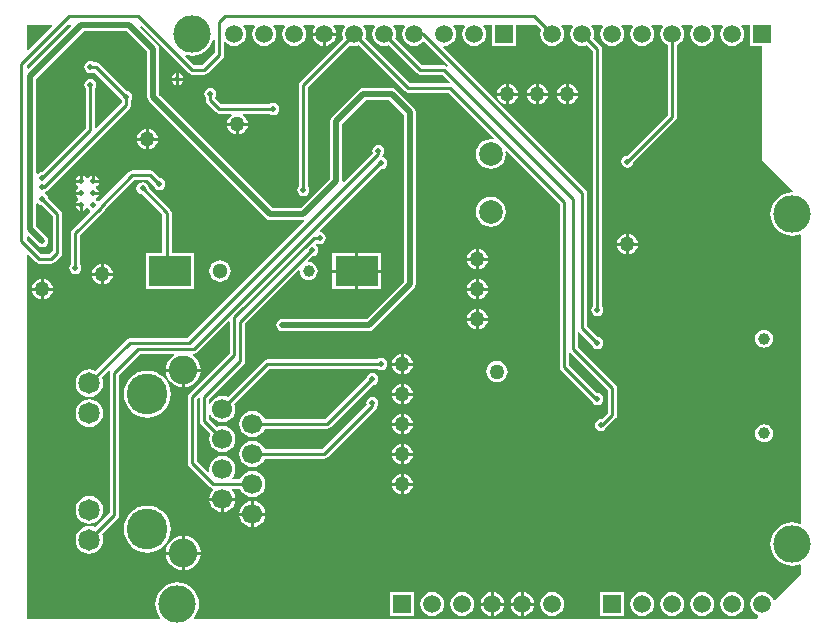
<source format=gbl>
G04 Layer_Physical_Order=2*
G04 Layer_Color=16711680*
%FSLAX25Y25*%
%MOIN*%
G70*
G01*
G75*
%ADD27C,0.01000*%
%ADD28C,0.02000*%
%ADD29C,0.05906*%
%ADD30R,0.05906X0.05906*%
%ADD31C,0.12500*%
%ADD32C,0.09567*%
%ADD33C,0.06693*%
%ADD34C,0.07165*%
%ADD35C,0.13583*%
%ADD36C,0.03937*%
%ADD37C,0.07874*%
%ADD38C,0.05118*%
%ADD39C,0.05000*%
%ADD40C,0.01969*%
%ADD41R,0.14410X0.10236*%
%ADD42R,0.13937X0.10236*%
G36*
X246047Y196047D02*
X250000D01*
Y158000D01*
X260268Y147732D01*
X260054Y147280D01*
X260000Y147285D01*
X258579Y147145D01*
X257212Y146730D01*
X255953Y146057D01*
X254849Y145151D01*
X253943Y144047D01*
X253270Y142788D01*
X252855Y141421D01*
X252715Y140000D01*
X252855Y138579D01*
X253270Y137212D01*
X253943Y135953D01*
X254849Y134849D01*
X255953Y133943D01*
X257212Y133270D01*
X258579Y132855D01*
X260000Y132715D01*
X261421Y132855D01*
X262500Y133182D01*
X263000Y132846D01*
Y37154D01*
X262500Y36818D01*
X261421Y37145D01*
X260000Y37285D01*
X258579Y37145D01*
X257212Y36731D01*
X255953Y36057D01*
X254849Y35151D01*
X253943Y34047D01*
X253270Y32788D01*
X252855Y31421D01*
X252715Y30000D01*
X252855Y28579D01*
X253270Y27212D01*
X253943Y25953D01*
X254849Y24849D01*
X255953Y23943D01*
X257212Y23269D01*
X258579Y22855D01*
X260000Y22715D01*
X261421Y22855D01*
X262500Y23182D01*
X263000Y22846D01*
Y20000D01*
X254287Y11287D01*
X253697Y11404D01*
X253453Y11993D01*
X252819Y12819D01*
X251993Y13453D01*
X251032Y13851D01*
X250000Y13987D01*
X248968Y13851D01*
X248007Y13453D01*
X247181Y12819D01*
X246547Y11993D01*
X246149Y11032D01*
X246013Y10000D01*
X246149Y8968D01*
X246547Y8007D01*
X247181Y7181D01*
X248007Y6547D01*
X248596Y6303D01*
X248713Y5713D01*
X248000Y5000D01*
X60860D01*
X60646Y5452D01*
X61057Y5953D01*
X61730Y7212D01*
X62145Y8579D01*
X62285Y10000D01*
X62145Y11421D01*
X61730Y12788D01*
X61057Y14047D01*
X60151Y15151D01*
X59047Y16057D01*
X57788Y16730D01*
X56421Y17145D01*
X55000Y17285D01*
X53579Y17145D01*
X52212Y16730D01*
X50953Y16057D01*
X49849Y15151D01*
X48943Y14047D01*
X48270Y12788D01*
X47855Y11421D01*
X47715Y10000D01*
X47855Y8579D01*
X48270Y7212D01*
X48943Y5953D01*
X49354Y5452D01*
X49140Y5000D01*
X5000D01*
Y126184D01*
X5462Y126375D01*
X7919Y123919D01*
X8415Y123587D01*
X9000Y123471D01*
X13000D01*
X13585Y123587D01*
X14081Y123919D01*
X16081Y125919D01*
X16413Y126415D01*
X16529Y127000D01*
Y140000D01*
X16413Y140585D01*
X16081Y141081D01*
X11988Y145175D01*
X11869Y145774D01*
X11431Y146431D01*
X11016Y146708D01*
Y147292D01*
X11431Y147569D01*
X11803Y148127D01*
X39081Y175405D01*
X39413Y175901D01*
X39529Y176487D01*
Y177717D01*
X39869Y178226D01*
X40023Y179000D01*
X39869Y179774D01*
X39431Y180431D01*
X38774Y180869D01*
X38175Y180988D01*
X29081Y190081D01*
X28585Y190413D01*
X28000Y190529D01*
X27283D01*
X26774Y190869D01*
X26000Y191023D01*
X25226Y190869D01*
X24569Y190431D01*
X24131Y189774D01*
X23977Y189000D01*
X24131Y188226D01*
X24569Y187569D01*
X25226Y187131D01*
X26000Y186977D01*
X26774Y187131D01*
X27283Y187471D01*
X27367D01*
X36012Y178825D01*
X36131Y178226D01*
X36471Y177717D01*
Y177120D01*
X27991Y168641D01*
X27529Y168832D01*
Y181717D01*
X27869Y182226D01*
X28023Y183000D01*
X27869Y183774D01*
X27431Y184431D01*
X26774Y184869D01*
X26000Y185023D01*
X25226Y184869D01*
X24569Y184431D01*
X24131Y183774D01*
X23977Y183000D01*
X24131Y182226D01*
X24471Y181717D01*
Y168633D01*
X9826Y153988D01*
X9226Y153869D01*
X8569Y153431D01*
X8539Y153385D01*
X8039Y153537D01*
Y183000D01*
Y185155D01*
X23845Y200961D01*
X38155D01*
X44961Y194155D01*
Y179000D01*
X45116Y178220D01*
X45558Y177558D01*
X84558Y138558D01*
X85220Y138116D01*
X86000Y137961D01*
X97000D01*
X97113Y137983D01*
X97360Y137523D01*
X58367Y98529D01*
X39126D01*
X38541Y98413D01*
X38045Y98081D01*
X27687Y87724D01*
X26905Y88047D01*
X25709Y88205D01*
X24512Y88047D01*
X23398Y87586D01*
X22440Y86851D01*
X21706Y85894D01*
X21244Y84779D01*
X21086Y83583D01*
X21244Y82386D01*
X21706Y81272D01*
X22440Y80314D01*
X23398Y79580D01*
X24512Y79118D01*
X25709Y78961D01*
X26905Y79118D01*
X28020Y79580D01*
X28977Y80314D01*
X29712Y81272D01*
X30173Y82386D01*
X30331Y83583D01*
X30173Y84779D01*
X29850Y85561D01*
X32210Y87922D01*
X32599Y87603D01*
X32587Y87585D01*
X32471Y87000D01*
Y40342D01*
X27687Y35558D01*
X26905Y35882D01*
X25709Y36040D01*
X24512Y35882D01*
X23398Y35420D01*
X22440Y34686D01*
X21706Y33728D01*
X21244Y32614D01*
X21086Y31417D01*
X21244Y30221D01*
X21706Y29106D01*
X22440Y28149D01*
X23398Y27414D01*
X24512Y26953D01*
X25709Y26795D01*
X26905Y26953D01*
X28020Y27414D01*
X28977Y28149D01*
X29712Y29106D01*
X30173Y30221D01*
X30331Y31417D01*
X30173Y32614D01*
X29850Y33395D01*
X35081Y38627D01*
X35413Y39123D01*
X35529Y39709D01*
Y86366D01*
X42634Y93471D01*
X53899D01*
X53996Y92971D01*
X52883Y92117D01*
X51956Y90909D01*
X51373Y89502D01*
X51240Y88492D01*
X57008D01*
X62775D01*
X62643Y89502D01*
X62060Y90909D01*
X61133Y92117D01*
X60020Y92971D01*
X60117Y93471D01*
X60658D01*
X61244Y93587D01*
X61740Y93919D01*
X72009Y104188D01*
X72471Y103996D01*
Y93634D01*
X58919Y80081D01*
X58587Y79585D01*
X58471Y79000D01*
Y57000D01*
X58587Y56415D01*
X58919Y55919D01*
X65919Y48919D01*
X66415Y48587D01*
X66652Y48540D01*
X66747Y48372D01*
X66821Y47997D01*
X66203Y47192D01*
X65765Y46135D01*
X65682Y45500D01*
X70000D01*
X74318D01*
X74235Y46135D01*
X73797Y47192D01*
X73199Y47971D01*
X73382Y48471D01*
X75929D01*
X76203Y47808D01*
X76900Y46900D01*
X77808Y46203D01*
X78865Y45765D01*
X80000Y45616D01*
X81135Y45765D01*
X82192Y46203D01*
X83100Y46900D01*
X83797Y47808D01*
X84235Y48865D01*
X84384Y50000D01*
X84235Y51135D01*
X83797Y52192D01*
X83100Y53100D01*
X82192Y53797D01*
X81135Y54235D01*
X80000Y54384D01*
X78865Y54235D01*
X77808Y53797D01*
X76900Y53100D01*
X76203Y52192D01*
X75929Y51529D01*
X73382D01*
X73199Y52029D01*
X73797Y52808D01*
X74235Y53865D01*
X74384Y55000D01*
X74235Y56135D01*
X73797Y57192D01*
X73100Y58100D01*
X72192Y58797D01*
X71135Y59235D01*
X70000Y59384D01*
X68865Y59235D01*
X67808Y58797D01*
X66900Y58100D01*
X66203Y57192D01*
X65765Y56135D01*
X65616Y55000D01*
X65729Y54141D01*
X65256Y53907D01*
X61529Y57634D01*
Y78367D01*
X61971Y78808D01*
X62471Y78601D01*
Y71000D01*
X62587Y70415D01*
X62919Y69919D01*
X66040Y66797D01*
X65765Y66135D01*
X65616Y65000D01*
X65765Y63865D01*
X66203Y62808D01*
X66900Y61900D01*
X67808Y61203D01*
X68865Y60765D01*
X70000Y60616D01*
X71135Y60765D01*
X72192Y61203D01*
X73100Y61900D01*
X73797Y62808D01*
X74235Y63865D01*
X74384Y65000D01*
X74235Y66135D01*
X73797Y67192D01*
X73100Y68100D01*
X72192Y68797D01*
X71135Y69235D01*
X70000Y69384D01*
X68865Y69235D01*
X68203Y68960D01*
X65529Y71633D01*
Y73129D01*
X66029Y73228D01*
X66203Y72808D01*
X66900Y71900D01*
X67808Y71203D01*
X68865Y70765D01*
X70000Y70616D01*
X71135Y70765D01*
X72192Y71203D01*
X73100Y71900D01*
X73797Y72808D01*
X74235Y73865D01*
X74384Y75000D01*
X74235Y76135D01*
X73960Y76797D01*
X85633Y88471D01*
X121717D01*
X122226Y88131D01*
X123000Y87977D01*
X123774Y88131D01*
X124431Y88569D01*
X124869Y89226D01*
X125023Y90000D01*
X124869Y90774D01*
X124431Y91431D01*
X123774Y91869D01*
X123000Y92023D01*
X122226Y91869D01*
X121717Y91529D01*
X85000D01*
X84415Y91413D01*
X83919Y91081D01*
X71797Y78960D01*
X71135Y79235D01*
X70000Y79384D01*
X68865Y79235D01*
X67808Y78797D01*
X66900Y78100D01*
X66203Y77192D01*
X66029Y76772D01*
X65529Y76871D01*
Y78367D01*
X77081Y89919D01*
X77413Y90415D01*
X77529Y91000D01*
Y103538D01*
X95325Y121334D01*
X95799Y121100D01*
X95785Y121000D01*
X95887Y120225D01*
X96187Y119503D01*
X96662Y118883D01*
X97282Y118407D01*
X98005Y118108D01*
X98779Y118006D01*
X99555Y118108D01*
X100277Y118407D01*
X100897Y118883D01*
X101373Y119503D01*
X101672Y120225D01*
X101774Y121000D01*
X101672Y121775D01*
X101373Y122497D01*
X100897Y123117D01*
X100277Y123593D01*
X99555Y123892D01*
X98779Y123994D01*
X98679Y123981D01*
X98446Y124454D01*
X99973Y125982D01*
X100000Y125977D01*
X100774Y126131D01*
X101431Y126569D01*
X101869Y127226D01*
X102023Y128000D01*
X101869Y128774D01*
X101431Y129431D01*
X101214Y129576D01*
X101192Y130130D01*
X101460Y130299D01*
X101713Y130131D01*
X102487Y129977D01*
X103261Y130131D01*
X103917Y130569D01*
X104356Y131226D01*
X104510Y132000D01*
X104356Y132774D01*
X103917Y133431D01*
X103261Y133869D01*
X102541Y134012D01*
X102424Y134203D01*
X102321Y134500D01*
X122832Y155010D01*
X123000Y154977D01*
X123774Y155131D01*
X124431Y155569D01*
X124869Y156226D01*
X125023Y157000D01*
X124869Y157774D01*
X124431Y158431D01*
X123774Y158869D01*
X123575Y158909D01*
X123384Y159371D01*
X123413Y159415D01*
X123449Y159598D01*
X123869Y160226D01*
X124023Y161000D01*
X123869Y161774D01*
X123431Y162431D01*
X122774Y162869D01*
X122627Y162898D01*
X122585Y162926D01*
X122000Y163043D01*
X121415Y162926D01*
X121373Y162898D01*
X121226Y162869D01*
X120569Y162431D01*
X120131Y161774D01*
X119977Y161000D01*
X120120Y160283D01*
X110477Y150640D01*
X110017Y150887D01*
X110039Y151000D01*
Y170155D01*
X117845Y177961D01*
X125655D01*
X130461Y173155D01*
Y117400D01*
X118100Y105039D01*
X90000D01*
X89220Y104884D01*
X88558Y104442D01*
X88116Y103780D01*
X87961Y103000D01*
X88116Y102220D01*
X88558Y101558D01*
X89220Y101116D01*
X90000Y100961D01*
X118945D01*
X119725Y101116D01*
X120387Y101558D01*
X133942Y115113D01*
X133942Y115113D01*
X134384Y115775D01*
X134539Y116555D01*
Y174000D01*
X134384Y174780D01*
X133942Y175442D01*
X127942Y181442D01*
X127280Y181884D01*
X126500Y182039D01*
X117000D01*
X116220Y181884D01*
X115558Y181442D01*
X106558Y172442D01*
X106116Y171780D01*
X105961Y171000D01*
Y151845D01*
X96155Y142039D01*
X86845D01*
X49039Y179845D01*
Y195000D01*
X48884Y195780D01*
X48442Y196442D01*
X42606Y202277D01*
X42783Y202807D01*
X42999Y202838D01*
X58919Y186919D01*
X59415Y186587D01*
X60000Y186471D01*
X64000D01*
X64585Y186587D01*
X65081Y186919D01*
X70081Y191919D01*
X70413Y192415D01*
X70529Y193000D01*
Y197208D01*
X71029Y197378D01*
X71181Y197181D01*
X72007Y196547D01*
X72968Y196149D01*
X74000Y196013D01*
X75032Y196149D01*
X75993Y196547D01*
X76819Y197181D01*
X77453Y198007D01*
X77851Y198968D01*
X77987Y200000D01*
X77851Y201032D01*
X77453Y201993D01*
X77064Y202500D01*
X77311Y203000D01*
X80689D01*
X80936Y202500D01*
X80547Y201993D01*
X80149Y201032D01*
X80013Y200000D01*
X80149Y198968D01*
X80547Y198007D01*
X81181Y197181D01*
X82007Y196547D01*
X82968Y196149D01*
X84000Y196013D01*
X85032Y196149D01*
X85993Y196547D01*
X86819Y197181D01*
X87453Y198007D01*
X87851Y198968D01*
X87987Y200000D01*
X87851Y201032D01*
X87453Y201993D01*
X87064Y202500D01*
X87311Y203000D01*
X90689D01*
X90936Y202500D01*
X90547Y201993D01*
X90149Y201032D01*
X90013Y200000D01*
X90149Y198968D01*
X90547Y198007D01*
X91181Y197181D01*
X92007Y196547D01*
X92968Y196149D01*
X94000Y196013D01*
X95032Y196149D01*
X95993Y196547D01*
X96819Y197181D01*
X97453Y198007D01*
X97851Y198968D01*
X97987Y200000D01*
X97851Y201032D01*
X97453Y201993D01*
X97064Y202500D01*
X97311Y203000D01*
X100689D01*
X100936Y202500D01*
X100547Y201993D01*
X100149Y201032D01*
X100079Y200500D01*
X104000D01*
X107921D01*
X107851Y201032D01*
X107453Y201993D01*
X107064Y202500D01*
X107311Y203000D01*
X110689D01*
X110936Y202500D01*
X110547Y201993D01*
X110149Y201032D01*
X110013Y200000D01*
X110149Y198968D01*
X110341Y198504D01*
X95919Y184081D01*
X95587Y183585D01*
X95471Y183000D01*
Y149283D01*
X95131Y148774D01*
X94977Y148000D01*
X95131Y147226D01*
X95569Y146569D01*
X96226Y146131D01*
X97000Y145977D01*
X97774Y146131D01*
X98431Y146569D01*
X98869Y147226D01*
X99023Y148000D01*
X98869Y148774D01*
X98529Y149283D01*
Y182367D01*
X112504Y196341D01*
X112968Y196149D01*
X114000Y196013D01*
X115032Y196149D01*
X115496Y196341D01*
X130919Y180919D01*
X131415Y180587D01*
X132000Y180471D01*
X145367D01*
X160483Y165355D01*
X160249Y164881D01*
X159500Y164980D01*
X158211Y164810D01*
X157010Y164313D01*
X155979Y163521D01*
X155187Y162490D01*
X154690Y161289D01*
X154520Y160000D01*
X154690Y158711D01*
X155187Y157510D01*
X155979Y156479D01*
X157010Y155687D01*
X158211Y155190D01*
X159500Y155020D01*
X160789Y155190D01*
X161990Y155687D01*
X163021Y156479D01*
X163812Y157510D01*
X164310Y158711D01*
X164480Y160000D01*
X164381Y160749D01*
X164855Y160983D01*
X182471Y143367D01*
Y89000D01*
X182587Y88415D01*
X182919Y87919D01*
X193098Y77740D01*
X193131Y77572D01*
X193569Y76916D01*
X194226Y76477D01*
X195000Y76323D01*
X195774Y76477D01*
X196431Y76916D01*
X196869Y77572D01*
X197023Y78347D01*
X196869Y79121D01*
X196431Y79777D01*
X195774Y80216D01*
X195000Y80370D01*
X194828Y80335D01*
X185529Y89634D01*
Y93623D01*
X185592Y93671D01*
X186029Y93808D01*
X198471Y81366D01*
Y73633D01*
X196485Y71648D01*
X196185Y71708D01*
X195411Y71554D01*
X194755Y71116D01*
X194316Y70459D01*
X194162Y69685D01*
X194316Y68911D01*
X194755Y68255D01*
X195411Y67816D01*
X196185Y67662D01*
X196959Y67816D01*
X197616Y68255D01*
X198015Y68852D01*
X201081Y71919D01*
X201413Y72415D01*
X201529Y73000D01*
Y82000D01*
X201413Y82585D01*
X201081Y83081D01*
X188529Y95634D01*
Y100623D01*
X188592Y100671D01*
X189029Y100808D01*
X193012Y96825D01*
X193131Y96226D01*
X193569Y95569D01*
X194226Y95131D01*
X195000Y94977D01*
X195774Y95131D01*
X196431Y95569D01*
X196869Y96226D01*
X197023Y97000D01*
X196869Y97774D01*
X196431Y98431D01*
X195774Y98869D01*
X195175Y98988D01*
X191529Y102634D01*
Y147000D01*
X191413Y147585D01*
X191081Y148081D01*
X143571Y195592D01*
X143792Y196040D01*
X144000Y196013D01*
X145032Y196149D01*
X145993Y196547D01*
X146819Y197181D01*
X147453Y198007D01*
X147851Y198968D01*
X147987Y200000D01*
X147851Y201032D01*
X147453Y201993D01*
X147064Y202500D01*
X147311Y203000D01*
X150689D01*
X150936Y202500D01*
X150547Y201993D01*
X150149Y201032D01*
X150013Y200000D01*
X150149Y198968D01*
X150547Y198007D01*
X151181Y197181D01*
X152007Y196547D01*
X152968Y196149D01*
X154000Y196013D01*
X155032Y196149D01*
X155993Y196547D01*
X156819Y197181D01*
X157453Y198007D01*
X157851Y198968D01*
X157987Y200000D01*
X157851Y201032D01*
X157453Y201993D01*
X157064Y202500D01*
X157311Y203000D01*
X160047D01*
Y196047D01*
X167953D01*
Y203000D01*
X174837D01*
X176341Y201496D01*
X176149Y201032D01*
X176013Y200000D01*
X176149Y198968D01*
X176547Y198007D01*
X177181Y197181D01*
X178007Y196547D01*
X178968Y196149D01*
X180000Y196013D01*
X181032Y196149D01*
X181993Y196547D01*
X182819Y197181D01*
X183453Y198007D01*
X183851Y198968D01*
X183987Y200000D01*
X183851Y201032D01*
X183453Y201993D01*
X183064Y202500D01*
X183311Y203000D01*
X186689D01*
X186936Y202500D01*
X186547Y201993D01*
X186149Y201032D01*
X186013Y200000D01*
X186149Y198968D01*
X186547Y198007D01*
X187181Y197181D01*
X188007Y196547D01*
X188968Y196149D01*
X190000Y196013D01*
X191032Y196149D01*
X191496Y196341D01*
X193471Y194367D01*
Y109283D01*
X193131Y108774D01*
X192977Y108000D01*
X193131Y107226D01*
X193569Y106569D01*
X194226Y106131D01*
X195000Y105977D01*
X195774Y106131D01*
X196431Y106569D01*
X196869Y107226D01*
X197023Y108000D01*
X196869Y108774D01*
X196529Y109283D01*
Y195000D01*
X196413Y195585D01*
X196081Y196081D01*
X193659Y198504D01*
X193851Y198968D01*
X193987Y200000D01*
X193851Y201032D01*
X193453Y201993D01*
X193064Y202500D01*
X193311Y203000D01*
X196689D01*
X196936Y202500D01*
X196547Y201993D01*
X196149Y201032D01*
X196013Y200000D01*
X196149Y198968D01*
X196547Y198007D01*
X197181Y197181D01*
X198007Y196547D01*
X198968Y196149D01*
X200000Y196013D01*
X201032Y196149D01*
X201993Y196547D01*
X202819Y197181D01*
X203453Y198007D01*
X203851Y198968D01*
X203987Y200000D01*
X203851Y201032D01*
X203453Y201993D01*
X203064Y202500D01*
X203311Y203000D01*
X206689D01*
X206936Y202500D01*
X206547Y201993D01*
X206149Y201032D01*
X206013Y200000D01*
X206149Y198968D01*
X206547Y198007D01*
X207181Y197181D01*
X208007Y196547D01*
X208968Y196149D01*
X210000Y196013D01*
X211032Y196149D01*
X211993Y196547D01*
X212819Y197181D01*
X213453Y198007D01*
X213851Y198968D01*
X213987Y200000D01*
X213851Y201032D01*
X213453Y201993D01*
X213064Y202500D01*
X213311Y203000D01*
X216689D01*
X216936Y202500D01*
X216547Y201993D01*
X216149Y201032D01*
X216013Y200000D01*
X216149Y198968D01*
X216547Y198007D01*
X217181Y197181D01*
X218007Y196547D01*
X218471Y196355D01*
Y173134D01*
X204825Y159488D01*
X204226Y159369D01*
X203569Y158931D01*
X203131Y158274D01*
X202977Y157500D01*
X203131Y156726D01*
X203569Y156069D01*
X204226Y155631D01*
X205000Y155477D01*
X205774Y155631D01*
X206431Y156069D01*
X206869Y156726D01*
X206988Y157325D01*
X221081Y171419D01*
X221413Y171915D01*
X221529Y172500D01*
Y196355D01*
X221993Y196547D01*
X222819Y197181D01*
X223453Y198007D01*
X223851Y198968D01*
X223987Y200000D01*
X223851Y201032D01*
X223453Y201993D01*
X223064Y202500D01*
X223311Y203000D01*
X226689D01*
X226936Y202500D01*
X226547Y201993D01*
X226149Y201032D01*
X226013Y200000D01*
X226149Y198968D01*
X226547Y198007D01*
X227181Y197181D01*
X228007Y196547D01*
X228968Y196149D01*
X230000Y196013D01*
X231032Y196149D01*
X231993Y196547D01*
X232819Y197181D01*
X233453Y198007D01*
X233851Y198968D01*
X233987Y200000D01*
X233851Y201032D01*
X233453Y201993D01*
X233064Y202500D01*
X233311Y203000D01*
X236689D01*
X236936Y202500D01*
X236547Y201993D01*
X236149Y201032D01*
X236013Y200000D01*
X236149Y198968D01*
X236547Y198007D01*
X237181Y197181D01*
X238007Y196547D01*
X238968Y196149D01*
X240000Y196013D01*
X241032Y196149D01*
X241993Y196547D01*
X242819Y197181D01*
X243453Y198007D01*
X243851Y198968D01*
X243987Y200000D01*
X243851Y201032D01*
X243453Y201993D01*
X243064Y202500D01*
X243311Y203000D01*
X246047D01*
Y196047D01*
D02*
G37*
G36*
X13375Y202538D02*
X5462Y194625D01*
X5000Y194816D01*
Y203000D01*
X13184D01*
X13375Y202538D01*
D02*
G37*
G36*
X67471Y197929D02*
Y193633D01*
X63367Y189529D01*
X60633D01*
X57505Y192658D01*
X57770Y193100D01*
X58579Y192855D01*
X60000Y192715D01*
X61421Y192855D01*
X62788Y193270D01*
X64047Y193943D01*
X65151Y194849D01*
X66057Y195953D01*
X66730Y197212D01*
X66971Y198003D01*
X67471Y197929D01*
D02*
G37*
G36*
X130936Y202500D02*
X130547Y201993D01*
X130149Y201032D01*
X130013Y200000D01*
X130149Y198968D01*
X130547Y198007D01*
X131181Y197181D01*
X132007Y196547D01*
X132968Y196149D01*
X134000Y196013D01*
X135032Y196149D01*
X135993Y196547D01*
X136819Y197181D01*
X136952Y197354D01*
X137451Y197386D01*
X145301Y189536D01*
X144982Y189148D01*
X144585Y189413D01*
X144000Y189529D01*
X136634D01*
X127659Y198504D01*
X127851Y198968D01*
X127987Y200000D01*
X127851Y201032D01*
X127453Y201993D01*
X127064Y202500D01*
X127311Y203000D01*
X130689D01*
X130936Y202500D01*
D02*
G37*
G36*
X19654Y202538D02*
X5462Y188346D01*
X5000Y188537D01*
Y189837D01*
X18163Y203000D01*
X19463D01*
X19654Y202538D01*
D02*
G37*
G36*
X120936Y202500D02*
X120547Y201993D01*
X120149Y201032D01*
X120013Y200000D01*
X120149Y198968D01*
X120547Y198007D01*
X121181Y197181D01*
X122007Y196547D01*
X122968Y196149D01*
X124000Y196013D01*
X125032Y196149D01*
X125496Y196341D01*
X134919Y186919D01*
X135415Y186587D01*
X136000Y186471D01*
X143367D01*
X145808Y184029D01*
X145601Y183529D01*
X132633D01*
X117659Y198504D01*
X117851Y198968D01*
X117987Y200000D01*
X117851Y201032D01*
X117453Y201993D01*
X117064Y202500D01*
X117311Y203000D01*
X120689D01*
X120936Y202500D01*
D02*
G37*
G36*
X8569Y143569D02*
X9226Y143131D01*
X9826Y143012D01*
X13471Y139366D01*
Y127634D01*
X12366Y126529D01*
X9634D01*
X5000Y131163D01*
Y132463D01*
X5462Y132654D01*
X8558Y129558D01*
X9220Y129116D01*
X10000Y128961D01*
X10780Y129116D01*
X11442Y129558D01*
X11884Y130220D01*
X12039Y131000D01*
X11884Y131780D01*
X11442Y132442D01*
X8039Y135845D01*
Y143463D01*
X8539Y143615D01*
X8569Y143569D01*
D02*
G37*
%LPC*%
G36*
X107921Y199500D02*
X104500D01*
Y196079D01*
X105032Y196149D01*
X105993Y196547D01*
X106819Y197181D01*
X107453Y198007D01*
X107851Y198968D01*
X107921Y199500D01*
D02*
G37*
G36*
X103500D02*
X100079D01*
X100149Y198968D01*
X100547Y198007D01*
X101181Y197181D01*
X102007Y196547D01*
X102968Y196149D01*
X103500Y196079D01*
Y199500D01*
D02*
G37*
G36*
X55500Y186924D02*
Y185500D01*
X56924D01*
X56869Y185774D01*
X56431Y186431D01*
X55774Y186869D01*
X55500Y186924D01*
D02*
G37*
G36*
X54500D02*
X54226Y186869D01*
X53569Y186431D01*
X53131Y185774D01*
X53076Y185500D01*
X54500D01*
Y186924D01*
D02*
G37*
G36*
X56924Y184500D02*
X55500D01*
Y183076D01*
X55774Y183131D01*
X56431Y183569D01*
X56869Y184226D01*
X56924Y184500D01*
D02*
G37*
G36*
X54500D02*
X53076D01*
X53131Y184226D01*
X53569Y183569D01*
X54226Y183131D01*
X54500Y183076D01*
Y184500D01*
D02*
G37*
G36*
X185500Y183464D02*
Y180500D01*
X188464D01*
X188410Y180914D01*
X188057Y181765D01*
X187496Y182496D01*
X186765Y183057D01*
X185914Y183410D01*
X185500Y183464D01*
D02*
G37*
G36*
X184500D02*
X184086Y183410D01*
X183235Y183057D01*
X182504Y182496D01*
X181943Y181765D01*
X181590Y180914D01*
X181536Y180500D01*
X184500D01*
Y183464D01*
D02*
G37*
G36*
X175500D02*
Y180500D01*
X178464D01*
X178410Y180914D01*
X178057Y181765D01*
X177496Y182496D01*
X176765Y183057D01*
X175914Y183410D01*
X175500Y183464D01*
D02*
G37*
G36*
X174500D02*
X174086Y183410D01*
X173235Y183057D01*
X172504Y182496D01*
X171943Y181765D01*
X171590Y180914D01*
X171536Y180500D01*
X174500D01*
Y183464D01*
D02*
G37*
G36*
X165500D02*
Y180500D01*
X168464D01*
X168410Y180914D01*
X168057Y181765D01*
X167496Y182496D01*
X166765Y183057D01*
X165914Y183410D01*
X165500Y183464D01*
D02*
G37*
G36*
X164500D02*
X164086Y183410D01*
X163235Y183057D01*
X162504Y182496D01*
X161943Y181765D01*
X161590Y180914D01*
X161536Y180500D01*
X164500D01*
Y183464D01*
D02*
G37*
G36*
X188464Y179500D02*
X185500D01*
Y176536D01*
X185914Y176590D01*
X186765Y176943D01*
X187496Y177504D01*
X188057Y178235D01*
X188410Y179086D01*
X188464Y179500D01*
D02*
G37*
G36*
X184500D02*
X181536D01*
X181590Y179086D01*
X181943Y178235D01*
X182504Y177504D01*
X183235Y176943D01*
X184086Y176590D01*
X184500Y176536D01*
Y179500D01*
D02*
G37*
G36*
X178464D02*
X175500D01*
Y176536D01*
X175914Y176590D01*
X176765Y176943D01*
X177496Y177504D01*
X178057Y178235D01*
X178410Y179086D01*
X178464Y179500D01*
D02*
G37*
G36*
X174500D02*
X171536D01*
X171590Y179086D01*
X171943Y178235D01*
X172504Y177504D01*
X173235Y176943D01*
X174086Y176590D01*
X174500Y176536D01*
Y179500D01*
D02*
G37*
G36*
X168464D02*
X165500D01*
Y176536D01*
X165914Y176590D01*
X166765Y176943D01*
X167496Y177504D01*
X168057Y178235D01*
X168410Y179086D01*
X168464Y179500D01*
D02*
G37*
G36*
X164500D02*
X161536D01*
X161590Y179086D01*
X161943Y178235D01*
X162504Y177504D01*
X163235Y176943D01*
X164086Y176590D01*
X164500Y176536D01*
Y179500D01*
D02*
G37*
G36*
X66000Y182023D02*
X65226Y181869D01*
X64569Y181431D01*
X64131Y180774D01*
X63977Y180000D01*
X64131Y179226D01*
X64471Y178717D01*
Y178000D01*
X64587Y177415D01*
X64919Y176919D01*
X67919Y173919D01*
X68415Y173587D01*
X69000Y173471D01*
X72993D01*
X73122Y172971D01*
X72504Y172496D01*
X71943Y171765D01*
X71590Y170914D01*
X71536Y170500D01*
X78464D01*
X78410Y170914D01*
X78057Y171765D01*
X77496Y172496D01*
X76878Y172971D01*
X77007Y173471D01*
X85717D01*
X86226Y173131D01*
X87000Y172977D01*
X87774Y173131D01*
X88431Y173569D01*
X88869Y174226D01*
X89023Y175000D01*
X88869Y175774D01*
X88431Y176431D01*
X87774Y176869D01*
X87000Y177023D01*
X86226Y176869D01*
X85717Y176529D01*
X69634D01*
X67529Y178633D01*
Y178717D01*
X67869Y179226D01*
X68023Y180000D01*
X67869Y180774D01*
X67431Y181431D01*
X66774Y181869D01*
X66000Y182023D01*
D02*
G37*
G36*
X78464Y169500D02*
X75500D01*
Y166536D01*
X75914Y166590D01*
X76765Y166943D01*
X77496Y167504D01*
X78057Y168235D01*
X78410Y169086D01*
X78464Y169500D01*
D02*
G37*
G36*
X74500D02*
X71536D01*
X71590Y169086D01*
X71943Y168235D01*
X72504Y167504D01*
X73235Y166943D01*
X74086Y166590D01*
X74500Y166536D01*
Y169500D01*
D02*
G37*
G36*
X45500Y168464D02*
Y165500D01*
X48464D01*
X48410Y165914D01*
X48057Y166765D01*
X47496Y167496D01*
X46765Y168057D01*
X45914Y168410D01*
X45500Y168464D01*
D02*
G37*
G36*
X44500D02*
X44086Y168410D01*
X43235Y168057D01*
X42504Y167496D01*
X41943Y166765D01*
X41590Y165914D01*
X41536Y165500D01*
X44500D01*
Y168464D01*
D02*
G37*
G36*
X48464Y164500D02*
X45500D01*
Y161536D01*
X45914Y161590D01*
X46765Y161943D01*
X47496Y162504D01*
X48057Y163235D01*
X48410Y164086D01*
X48464Y164500D01*
D02*
G37*
G36*
X44500D02*
X41536D01*
X41590Y164086D01*
X41943Y163235D01*
X42504Y162504D01*
X43235Y161943D01*
X44086Y161590D01*
X44500Y161536D01*
Y164500D01*
D02*
G37*
G36*
X27468Y152861D02*
Y151437D01*
X28892D01*
X28838Y151711D01*
X28399Y152368D01*
X27743Y152806D01*
X27468Y152861D01*
D02*
G37*
G36*
X22532D02*
X22257Y152806D01*
X21601Y152368D01*
X21162Y151711D01*
X21108Y151437D01*
X22532D01*
Y152861D01*
D02*
G37*
G36*
X46000Y154529D02*
X40000D01*
X39415Y154413D01*
X38919Y154081D01*
X29051Y144214D01*
X28553Y144263D01*
X28399Y144494D01*
X28044Y144731D01*
Y145332D01*
X28399Y145569D01*
X28838Y146226D01*
X28892Y146500D01*
X26969D01*
Y147500D01*
X28892D01*
X28838Y147774D01*
X28399Y148431D01*
X28044Y148668D01*
Y149269D01*
X28399Y149506D01*
X28838Y150163D01*
X28892Y150437D01*
X26969D01*
Y150937D01*
X26469D01*
Y152861D01*
X26194Y152806D01*
X25538Y152368D01*
X25301Y152013D01*
X24699D01*
X24462Y152368D01*
X23806Y152806D01*
X23531Y152861D01*
Y150937D01*
X23031D01*
Y150437D01*
X21108D01*
X21162Y150163D01*
X21601Y149506D01*
X21956Y149269D01*
Y148668D01*
X21601Y148431D01*
X21162Y147774D01*
X21108Y147500D01*
X23031D01*
Y146500D01*
X21108D01*
X21162Y146226D01*
X21601Y145569D01*
X21956Y145332D01*
Y144731D01*
X21601Y144494D01*
X21162Y143837D01*
X21108Y143563D01*
X23031D01*
Y143063D01*
X23531D01*
Y141139D01*
X23806Y141194D01*
X24462Y141632D01*
X24699Y141988D01*
X25301D01*
X25538Y141632D01*
X25924Y141375D01*
X26015Y140759D01*
X19919Y134663D01*
X19587Y134167D01*
X19471Y133581D01*
Y123283D01*
X19131Y122774D01*
X18977Y122000D01*
X19131Y121226D01*
X19569Y120569D01*
X20226Y120131D01*
X21000Y119977D01*
X21774Y120131D01*
X22431Y120569D01*
X22869Y121226D01*
X23023Y122000D01*
X22869Y122774D01*
X22529Y123283D01*
Y132948D01*
X30534Y140953D01*
X30866Y141449D01*
X30929Y141766D01*
X40633Y151471D01*
X45366D01*
X47012Y149826D01*
X47131Y149226D01*
X47569Y148569D01*
X48226Y148131D01*
X49000Y147977D01*
X49774Y148131D01*
X50431Y148569D01*
X50869Y149226D01*
X51023Y150000D01*
X50869Y150774D01*
X50431Y151431D01*
X49774Y151869D01*
X49174Y151988D01*
X47081Y154081D01*
X46585Y154413D01*
X46000Y154529D01*
D02*
G37*
G36*
X22532Y142563D02*
X21108D01*
X21162Y142289D01*
X21601Y141632D01*
X22257Y141194D01*
X22532Y141139D01*
Y142563D01*
D02*
G37*
G36*
X159500Y145767D02*
X158211Y145597D01*
X157010Y145100D01*
X155979Y144308D01*
X155187Y143277D01*
X154690Y142076D01*
X154520Y140787D01*
X154690Y139499D01*
X155187Y138298D01*
X155979Y137266D01*
X157010Y136475D01*
X158211Y135977D01*
X159500Y135808D01*
X160789Y135977D01*
X161990Y136475D01*
X163021Y137266D01*
X163812Y138298D01*
X164310Y139499D01*
X164480Y140787D01*
X164310Y142076D01*
X163812Y143277D01*
X163021Y144308D01*
X161990Y145100D01*
X160789Y145597D01*
X159500Y145767D01*
D02*
G37*
G36*
X205500Y133464D02*
Y130500D01*
X208464D01*
X208410Y130914D01*
X208057Y131765D01*
X207496Y132496D01*
X206765Y133057D01*
X205914Y133410D01*
X205500Y133464D01*
D02*
G37*
G36*
X204500D02*
X204086Y133410D01*
X203235Y133057D01*
X202504Y132496D01*
X201943Y131765D01*
X201590Y130914D01*
X201536Y130500D01*
X204500D01*
Y133464D01*
D02*
G37*
G36*
X208464Y129500D02*
X205500D01*
Y126536D01*
X205914Y126590D01*
X206765Y126943D01*
X207496Y127504D01*
X208057Y128235D01*
X208410Y129086D01*
X208464Y129500D01*
D02*
G37*
G36*
X204500D02*
X201536D01*
X201590Y129086D01*
X201943Y128235D01*
X202504Y127504D01*
X203235Y126943D01*
X204086Y126590D01*
X204500Y126536D01*
Y129500D01*
D02*
G37*
G36*
X155500Y128464D02*
Y125500D01*
X158464D01*
X158410Y125914D01*
X158057Y126765D01*
X157496Y127496D01*
X156765Y128057D01*
X155914Y128410D01*
X155500Y128464D01*
D02*
G37*
G36*
X154500D02*
X154086Y128410D01*
X153235Y128057D01*
X152504Y127496D01*
X151943Y126765D01*
X151590Y125914D01*
X151536Y125500D01*
X154500D01*
Y128464D01*
D02*
G37*
G36*
X158464Y124500D02*
X155500D01*
Y121536D01*
X155914Y121590D01*
X156765Y121943D01*
X157496Y122504D01*
X158057Y123235D01*
X158410Y124086D01*
X158464Y124500D01*
D02*
G37*
G36*
X154500D02*
X151536D01*
X151590Y124086D01*
X151943Y123235D01*
X152504Y122504D01*
X153235Y121943D01*
X154086Y121590D01*
X154500Y121536D01*
Y124500D01*
D02*
G37*
G36*
X123008Y127118D02*
X115303D01*
Y121500D01*
X123008D01*
Y127118D01*
D02*
G37*
G36*
X114303D02*
X106598D01*
Y121500D01*
X114303D01*
Y127118D01*
D02*
G37*
G36*
X30500Y123464D02*
Y120500D01*
X33464D01*
X33410Y120914D01*
X33057Y121765D01*
X32496Y122496D01*
X31765Y123057D01*
X30914Y123410D01*
X30500Y123464D01*
D02*
G37*
G36*
X29500D02*
X29086Y123410D01*
X28235Y123057D01*
X27504Y122496D01*
X26943Y121765D01*
X26590Y120914D01*
X26536Y120500D01*
X29500D01*
Y123464D01*
D02*
G37*
G36*
X69252Y124590D02*
X68323Y124467D01*
X67457Y124109D01*
X66714Y123538D01*
X66143Y122795D01*
X65785Y121929D01*
X65662Y121000D01*
X65785Y120071D01*
X66143Y119205D01*
X66714Y118462D01*
X67457Y117891D01*
X68323Y117533D01*
X69252Y117410D01*
X70181Y117533D01*
X71047Y117891D01*
X71790Y118462D01*
X72361Y119205D01*
X72719Y120071D01*
X72842Y121000D01*
X72719Y121929D01*
X72361Y122795D01*
X71790Y123538D01*
X71047Y124109D01*
X70181Y124467D01*
X69252Y124590D01*
D02*
G37*
G36*
X33464Y119500D02*
X30500D01*
Y116536D01*
X30914Y116590D01*
X31765Y116943D01*
X32496Y117504D01*
X33057Y118235D01*
X33410Y119086D01*
X33464Y119500D01*
D02*
G37*
G36*
X29500D02*
X26536D01*
X26590Y119086D01*
X26943Y118235D01*
X27504Y117504D01*
X28235Y116943D01*
X29086Y116590D01*
X29500Y116536D01*
Y119500D01*
D02*
G37*
G36*
X155500Y118464D02*
Y115500D01*
X158464D01*
X158410Y115914D01*
X158057Y116765D01*
X157496Y117496D01*
X156765Y118057D01*
X155914Y118410D01*
X155500Y118464D01*
D02*
G37*
G36*
X154500D02*
X154086Y118410D01*
X153235Y118057D01*
X152504Y117496D01*
X151943Y116765D01*
X151590Y115914D01*
X151536Y115500D01*
X154500D01*
Y118464D01*
D02*
G37*
G36*
X10500D02*
Y115500D01*
X13464D01*
X13410Y115914D01*
X13057Y116765D01*
X12496Y117496D01*
X11765Y118057D01*
X10914Y118410D01*
X10500Y118464D01*
D02*
G37*
G36*
X9500D02*
X9086Y118410D01*
X8235Y118057D01*
X7504Y117496D01*
X6943Y116765D01*
X6590Y115914D01*
X6536Y115500D01*
X9500D01*
Y118464D01*
D02*
G37*
G36*
X123008Y120500D02*
X115303D01*
Y114882D01*
X123008D01*
Y120500D01*
D02*
G37*
G36*
X114303D02*
X106598D01*
Y114882D01*
X114303D01*
Y120500D01*
D02*
G37*
G36*
X43425Y150598D02*
X42651Y150444D01*
X41995Y150005D01*
X41556Y149349D01*
X41402Y148575D01*
X41556Y147801D01*
X41995Y147144D01*
X42651Y146706D01*
X43251Y146586D01*
X50069Y139768D01*
Y127118D01*
X44630D01*
Y121650D01*
X44587Y121585D01*
X44471Y121000D01*
X44587Y120415D01*
X44630Y120351D01*
Y114882D01*
X60567D01*
Y127118D01*
X53128D01*
Y140402D01*
X53011Y140987D01*
X52680Y141483D01*
X45414Y148749D01*
X45294Y149349D01*
X44856Y150005D01*
X44199Y150444D01*
X43425Y150598D01*
D02*
G37*
G36*
X158464Y114500D02*
X155500D01*
Y111536D01*
X155914Y111590D01*
X156765Y111943D01*
X157496Y112504D01*
X158057Y113235D01*
X158410Y114086D01*
X158464Y114500D01*
D02*
G37*
G36*
X154500D02*
X151536D01*
X151590Y114086D01*
X151943Y113235D01*
X152504Y112504D01*
X153235Y111943D01*
X154086Y111590D01*
X154500Y111536D01*
Y114500D01*
D02*
G37*
G36*
X13464D02*
X10500D01*
Y111536D01*
X10914Y111590D01*
X11765Y111943D01*
X12496Y112504D01*
X13057Y113235D01*
X13410Y114086D01*
X13464Y114500D01*
D02*
G37*
G36*
X9500D02*
X6536D01*
X6590Y114086D01*
X6943Y113235D01*
X7504Y112504D01*
X8235Y111943D01*
X9086Y111590D01*
X9500Y111536D01*
Y114500D01*
D02*
G37*
G36*
X155500Y108464D02*
Y105500D01*
X158464D01*
X158410Y105914D01*
X158057Y106765D01*
X157496Y107496D01*
X156765Y108057D01*
X155914Y108410D01*
X155500Y108464D01*
D02*
G37*
G36*
X154500D02*
X154086Y108410D01*
X153235Y108057D01*
X152504Y107496D01*
X151943Y106765D01*
X151590Y105914D01*
X151536Y105500D01*
X154500D01*
Y108464D01*
D02*
G37*
G36*
X158464Y104500D02*
X155500D01*
Y101536D01*
X155914Y101590D01*
X156765Y101943D01*
X157496Y102504D01*
X158057Y103235D01*
X158410Y104086D01*
X158464Y104500D01*
D02*
G37*
G36*
X154500D02*
X151536D01*
X151590Y104086D01*
X151943Y103235D01*
X152504Y102504D01*
X153235Y101943D01*
X154086Y101590D01*
X154500Y101536D01*
Y104500D01*
D02*
G37*
G36*
X250590Y101419D02*
X249816Y101317D01*
X249094Y101018D01*
X248473Y100542D01*
X247998Y99922D01*
X247698Y99200D01*
X247596Y98425D01*
X247698Y97650D01*
X247998Y96928D01*
X248473Y96308D01*
X249094Y95832D01*
X249816Y95533D01*
X250590Y95431D01*
X251365Y95533D01*
X252088Y95832D01*
X252708Y96308D01*
X253184Y96928D01*
X253483Y97650D01*
X253585Y98425D01*
X253483Y99200D01*
X253184Y99922D01*
X252708Y100542D01*
X252088Y101018D01*
X251365Y101317D01*
X250590Y101419D01*
D02*
G37*
G36*
X130500Y93464D02*
Y90500D01*
X133464D01*
X133410Y90914D01*
X133057Y91765D01*
X132496Y92496D01*
X131765Y93057D01*
X130914Y93410D01*
X130500Y93464D01*
D02*
G37*
G36*
X129500D02*
X129086Y93410D01*
X128235Y93057D01*
X127504Y92496D01*
X126943Y91765D01*
X126590Y90914D01*
X126536Y90500D01*
X129500D01*
Y93464D01*
D02*
G37*
G36*
X133464Y89500D02*
X130500D01*
Y86536D01*
X130914Y86590D01*
X131765Y86943D01*
X132496Y87504D01*
X133057Y88235D01*
X133410Y89086D01*
X133464Y89500D01*
D02*
G37*
G36*
X129500D02*
X126536D01*
X126590Y89086D01*
X126943Y88235D01*
X127504Y87504D01*
X128235Y86943D01*
X129086Y86590D01*
X129500Y86536D01*
Y89500D01*
D02*
G37*
G36*
X161555Y91030D02*
X160641Y90910D01*
X159790Y90557D01*
X159059Y89996D01*
X158498Y89265D01*
X158145Y88414D01*
X158025Y87500D01*
X158145Y86586D01*
X158498Y85735D01*
X159059Y85004D01*
X159790Y84443D01*
X160641Y84090D01*
X161555Y83970D01*
X162469Y84090D01*
X163320Y84443D01*
X164051Y85004D01*
X164612Y85735D01*
X164965Y86586D01*
X165085Y87500D01*
X164965Y88414D01*
X164612Y89265D01*
X164051Y89996D01*
X163320Y90557D01*
X162469Y90910D01*
X161555Y91030D01*
D02*
G37*
G36*
X62775Y87492D02*
X57508D01*
Y82225D01*
X58518Y82358D01*
X59925Y82940D01*
X61133Y83867D01*
X62060Y85075D01*
X62643Y86482D01*
X62775Y87492D01*
D02*
G37*
G36*
X56508D02*
X51240D01*
X51373Y86482D01*
X51956Y85075D01*
X52883Y83867D01*
X54091Y82940D01*
X55498Y82358D01*
X56508Y82225D01*
Y87492D01*
D02*
G37*
G36*
X130500Y83464D02*
Y80500D01*
X133464D01*
X133410Y80914D01*
X133057Y81765D01*
X132496Y82496D01*
X131765Y83057D01*
X130914Y83410D01*
X130500Y83464D01*
D02*
G37*
G36*
X129500D02*
X129086Y83410D01*
X128235Y83057D01*
X127504Y82496D01*
X126943Y81765D01*
X126590Y80914D01*
X126536Y80500D01*
X129500D01*
Y83464D01*
D02*
G37*
G36*
X133464Y79500D02*
X130500D01*
Y76536D01*
X130914Y76590D01*
X131765Y76943D01*
X132496Y77504D01*
X133057Y78235D01*
X133410Y79086D01*
X133464Y79500D01*
D02*
G37*
G36*
X129500D02*
X126536D01*
X126590Y79086D01*
X126943Y78235D01*
X127504Y77504D01*
X128235Y76943D01*
X129086Y76590D01*
X129500Y76536D01*
Y79500D01*
D02*
G37*
G36*
X45000Y87829D02*
X43473Y87679D01*
X42004Y87233D01*
X40650Y86510D01*
X39464Y85536D01*
X38490Y84350D01*
X37767Y82996D01*
X37321Y81527D01*
X37171Y80000D01*
X37321Y78473D01*
X37767Y77004D01*
X38490Y75650D01*
X39464Y74464D01*
X40650Y73490D01*
X42004Y72767D01*
X43473Y72321D01*
X45000Y72171D01*
X46527Y72321D01*
X47996Y72767D01*
X49350Y73490D01*
X50536Y74464D01*
X51510Y75650D01*
X52233Y77004D01*
X52679Y78473D01*
X52829Y80000D01*
X52679Y81527D01*
X52233Y82996D01*
X51510Y84350D01*
X50536Y85536D01*
X49350Y86510D01*
X47996Y87233D01*
X46527Y87679D01*
X45000Y87829D01*
D02*
G37*
G36*
X120000Y87023D02*
X119226Y86869D01*
X118569Y86431D01*
X118131Y85774D01*
X118012Y85175D01*
X104367Y71529D01*
X84071D01*
X83797Y72192D01*
X83100Y73100D01*
X82192Y73797D01*
X81135Y74235D01*
X80000Y74384D01*
X78865Y74235D01*
X77808Y73797D01*
X76900Y73100D01*
X76203Y72192D01*
X75765Y71135D01*
X75616Y70000D01*
X75765Y68865D01*
X76203Y67808D01*
X76900Y66900D01*
X77808Y66203D01*
X78865Y65765D01*
X80000Y65616D01*
X81135Y65765D01*
X82192Y66203D01*
X83100Y66900D01*
X83797Y67808D01*
X84071Y68471D01*
X105000D01*
X105585Y68587D01*
X106081Y68919D01*
X120175Y83012D01*
X120774Y83131D01*
X121431Y83569D01*
X121869Y84226D01*
X122023Y85000D01*
X121869Y85774D01*
X121431Y86431D01*
X120774Y86869D01*
X120000Y87023D01*
D02*
G37*
G36*
X130500Y73464D02*
Y70500D01*
X133464D01*
X133410Y70914D01*
X133057Y71765D01*
X132496Y72496D01*
X131765Y73057D01*
X130914Y73410D01*
X130500Y73464D01*
D02*
G37*
G36*
X129500D02*
X129086Y73410D01*
X128235Y73057D01*
X127504Y72496D01*
X126943Y71765D01*
X126590Y70914D01*
X126536Y70500D01*
X129500D01*
Y73464D01*
D02*
G37*
G36*
X25709Y78205D02*
X24512Y78047D01*
X23398Y77586D01*
X22440Y76851D01*
X21706Y75894D01*
X21244Y74779D01*
X21086Y73583D01*
X21244Y72386D01*
X21706Y71272D01*
X22440Y70314D01*
X23398Y69580D01*
X24512Y69118D01*
X25709Y68960D01*
X26905Y69118D01*
X28020Y69580D01*
X28977Y70314D01*
X29712Y71272D01*
X30173Y72386D01*
X30331Y73583D01*
X30173Y74779D01*
X29712Y75894D01*
X28977Y76851D01*
X28020Y77586D01*
X26905Y78047D01*
X25709Y78205D01*
D02*
G37*
G36*
X133464Y69500D02*
X130500D01*
Y66536D01*
X130914Y66590D01*
X131765Y66943D01*
X132496Y67504D01*
X133057Y68235D01*
X133410Y69086D01*
X133464Y69500D01*
D02*
G37*
G36*
X129500D02*
X126536D01*
X126590Y69086D01*
X126943Y68235D01*
X127504Y67504D01*
X128235Y66943D01*
X129086Y66590D01*
X129500Y66536D01*
Y69500D01*
D02*
G37*
G36*
X250590Y69923D02*
X249816Y69821D01*
X249094Y69522D01*
X248473Y69046D01*
X247998Y68426D01*
X247698Y67704D01*
X247596Y66929D01*
X247698Y66154D01*
X247998Y65432D01*
X248473Y64812D01*
X249094Y64336D01*
X249816Y64037D01*
X250590Y63935D01*
X251365Y64037D01*
X252088Y64336D01*
X252708Y64812D01*
X253184Y65432D01*
X253483Y66154D01*
X253585Y66929D01*
X253483Y67704D01*
X253184Y68426D01*
X252708Y69046D01*
X252088Y69522D01*
X251365Y69821D01*
X250590Y69923D01*
D02*
G37*
G36*
X120000Y79023D02*
X119226Y78869D01*
X118569Y78431D01*
X118131Y77774D01*
X117977Y77000D01*
X118120Y76283D01*
X103366Y61529D01*
X84071D01*
X83797Y62192D01*
X83100Y63100D01*
X82192Y63797D01*
X81135Y64235D01*
X80000Y64384D01*
X78865Y64235D01*
X77808Y63797D01*
X76900Y63100D01*
X76203Y62192D01*
X75765Y61135D01*
X75616Y60000D01*
X75765Y58865D01*
X76203Y57808D01*
X76900Y56900D01*
X77808Y56203D01*
X78865Y55765D01*
X80000Y55616D01*
X81135Y55765D01*
X82192Y56203D01*
X83100Y56900D01*
X83797Y57808D01*
X84071Y58471D01*
X104000D01*
X104585Y58587D01*
X105081Y58919D01*
X121081Y74919D01*
X121413Y75415D01*
X121449Y75598D01*
X121869Y76226D01*
X122023Y77000D01*
X121869Y77774D01*
X121431Y78431D01*
X120774Y78869D01*
X120000Y79023D01*
D02*
G37*
G36*
X130500Y63464D02*
Y60500D01*
X133464D01*
X133410Y60914D01*
X133057Y61765D01*
X132496Y62496D01*
X131765Y63057D01*
X130914Y63410D01*
X130500Y63464D01*
D02*
G37*
G36*
X129500D02*
X129086Y63410D01*
X128235Y63057D01*
X127504Y62496D01*
X126943Y61765D01*
X126590Y60914D01*
X126536Y60500D01*
X129500D01*
Y63464D01*
D02*
G37*
G36*
X133464Y59500D02*
X130500D01*
Y56536D01*
X130914Y56590D01*
X131765Y56943D01*
X132496Y57504D01*
X133057Y58235D01*
X133410Y59086D01*
X133464Y59500D01*
D02*
G37*
G36*
X129500D02*
X126536D01*
X126590Y59086D01*
X126943Y58235D01*
X127504Y57504D01*
X128235Y56943D01*
X129086Y56590D01*
X129500Y56536D01*
Y59500D01*
D02*
G37*
G36*
X130500Y53464D02*
Y50500D01*
X133464D01*
X133410Y50914D01*
X133057Y51765D01*
X132496Y52496D01*
X131765Y53057D01*
X130914Y53410D01*
X130500Y53464D01*
D02*
G37*
G36*
X129500D02*
X129086Y53410D01*
X128235Y53057D01*
X127504Y52496D01*
X126943Y51765D01*
X126590Y50914D01*
X126536Y50500D01*
X129500D01*
Y53464D01*
D02*
G37*
G36*
X133464Y49500D02*
X130500D01*
Y46536D01*
X130914Y46590D01*
X131765Y46943D01*
X132496Y47504D01*
X133057Y48235D01*
X133410Y49086D01*
X133464Y49500D01*
D02*
G37*
G36*
X129500D02*
X126536D01*
X126590Y49086D01*
X126943Y48235D01*
X127504Y47504D01*
X128235Y46943D01*
X129086Y46590D01*
X129500Y46536D01*
Y49500D01*
D02*
G37*
G36*
X74318Y44500D02*
X70500D01*
Y40682D01*
X71135Y40765D01*
X72192Y41203D01*
X73100Y41900D01*
X73797Y42808D01*
X74235Y43865D01*
X74318Y44500D01*
D02*
G37*
G36*
X69500D02*
X65682D01*
X65765Y43865D01*
X66203Y42808D01*
X66900Y41900D01*
X67808Y41203D01*
X68865Y40765D01*
X69500Y40682D01*
Y44500D01*
D02*
G37*
G36*
X80500Y44318D02*
Y40500D01*
X84318D01*
X84235Y41135D01*
X83797Y42192D01*
X83100Y43100D01*
X82192Y43797D01*
X81135Y44235D01*
X80500Y44318D01*
D02*
G37*
G36*
X79500D02*
X78865Y44235D01*
X77808Y43797D01*
X76900Y43100D01*
X76203Y42192D01*
X75765Y41135D01*
X75682Y40500D01*
X79500D01*
Y44318D01*
D02*
G37*
G36*
X25709Y46040D02*
X24512Y45882D01*
X23398Y45420D01*
X22440Y44686D01*
X21706Y43728D01*
X21244Y42614D01*
X21086Y41417D01*
X21244Y40221D01*
X21706Y39106D01*
X22440Y38149D01*
X23398Y37414D01*
X24512Y36953D01*
X25709Y36795D01*
X26905Y36953D01*
X28020Y37414D01*
X28977Y38149D01*
X29712Y39106D01*
X30173Y40221D01*
X30331Y41417D01*
X30173Y42614D01*
X29712Y43728D01*
X28977Y44686D01*
X28020Y45420D01*
X26905Y45882D01*
X25709Y46040D01*
D02*
G37*
G36*
X84318Y39500D02*
X80500D01*
Y35682D01*
X81135Y35765D01*
X82192Y36203D01*
X83100Y36900D01*
X83797Y37808D01*
X84235Y38865D01*
X84318Y39500D01*
D02*
G37*
G36*
X79500D02*
X75682D01*
X75765Y38865D01*
X76203Y37808D01*
X76900Y36900D01*
X77808Y36203D01*
X78865Y35765D01*
X79500Y35682D01*
Y39500D01*
D02*
G37*
G36*
X57508Y32775D02*
Y27508D01*
X62775D01*
X62643Y28518D01*
X62060Y29925D01*
X61133Y31133D01*
X59925Y32060D01*
X58518Y32642D01*
X57508Y32775D01*
D02*
G37*
G36*
X56508D02*
X55498Y32642D01*
X54091Y32060D01*
X52883Y31133D01*
X51956Y29925D01*
X51373Y28518D01*
X51240Y27508D01*
X56508D01*
Y32775D01*
D02*
G37*
G36*
X45000Y42829D02*
X43473Y42679D01*
X42004Y42233D01*
X40650Y41510D01*
X39464Y40536D01*
X38490Y39350D01*
X37767Y37996D01*
X37321Y36527D01*
X37171Y35000D01*
X37321Y33473D01*
X37767Y32004D01*
X38490Y30650D01*
X39464Y29464D01*
X40650Y28490D01*
X42004Y27767D01*
X43473Y27321D01*
X45000Y27171D01*
X46527Y27321D01*
X47996Y27767D01*
X49350Y28490D01*
X50536Y29464D01*
X51510Y30650D01*
X52233Y32004D01*
X52679Y33473D01*
X52829Y35000D01*
X52679Y36527D01*
X52233Y37996D01*
X51510Y39350D01*
X50536Y40536D01*
X49350Y41510D01*
X47996Y42233D01*
X46527Y42679D01*
X45000Y42829D01*
D02*
G37*
G36*
X62775Y26508D02*
X57508D01*
Y21240D01*
X58518Y21373D01*
X59925Y21956D01*
X61133Y22883D01*
X62060Y24091D01*
X62643Y25498D01*
X62775Y26508D01*
D02*
G37*
G36*
X56508D02*
X51240D01*
X51373Y25498D01*
X51956Y24091D01*
X52883Y22883D01*
X54091Y21956D01*
X55498Y21373D01*
X56508Y21240D01*
Y26508D01*
D02*
G37*
G36*
X170500Y13921D02*
Y10500D01*
X173921D01*
X173851Y11032D01*
X173453Y11993D01*
X172819Y12819D01*
X171993Y13453D01*
X171032Y13851D01*
X170500Y13921D01*
D02*
G37*
G36*
X169500D02*
X168968Y13851D01*
X168007Y13453D01*
X167181Y12819D01*
X166547Y11993D01*
X166149Y11032D01*
X166079Y10500D01*
X169500D01*
Y13921D01*
D02*
G37*
G36*
X160500D02*
Y10500D01*
X163921D01*
X163851Y11032D01*
X163453Y11993D01*
X162819Y12819D01*
X161993Y13453D01*
X161032Y13851D01*
X160500Y13921D01*
D02*
G37*
G36*
X159500D02*
X158968Y13851D01*
X158007Y13453D01*
X157181Y12819D01*
X156547Y11993D01*
X156149Y11032D01*
X156079Y10500D01*
X159500D01*
Y13921D01*
D02*
G37*
G36*
X173921Y9500D02*
X170500D01*
Y6079D01*
X171032Y6149D01*
X171993Y6547D01*
X172819Y7181D01*
X173453Y8007D01*
X173851Y8968D01*
X173921Y9500D01*
D02*
G37*
G36*
X169500D02*
X166079D01*
X166149Y8968D01*
X166547Y8007D01*
X167181Y7181D01*
X168007Y6547D01*
X168968Y6149D01*
X169500Y6079D01*
Y9500D01*
D02*
G37*
G36*
X163921D02*
X160500D01*
Y6079D01*
X161032Y6149D01*
X161993Y6547D01*
X162819Y7181D01*
X163453Y8007D01*
X163851Y8968D01*
X163921Y9500D01*
D02*
G37*
G36*
X159500D02*
X156079D01*
X156149Y8968D01*
X156547Y8007D01*
X157181Y7181D01*
X158007Y6547D01*
X158968Y6149D01*
X159500Y6079D01*
Y9500D01*
D02*
G37*
G36*
X203953Y13953D02*
X196047D01*
Y6047D01*
X203953D01*
Y13953D01*
D02*
G37*
G36*
X133953D02*
X126047D01*
Y6047D01*
X133953D01*
Y13953D01*
D02*
G37*
G36*
X240000Y13987D02*
X238968Y13851D01*
X238007Y13453D01*
X237181Y12819D01*
X236547Y11993D01*
X236149Y11032D01*
X236013Y10000D01*
X236149Y8968D01*
X236547Y8007D01*
X237181Y7181D01*
X238007Y6547D01*
X238968Y6149D01*
X240000Y6013D01*
X241032Y6149D01*
X241993Y6547D01*
X242819Y7181D01*
X243453Y8007D01*
X243851Y8968D01*
X243987Y10000D01*
X243851Y11032D01*
X243453Y11993D01*
X242819Y12819D01*
X241993Y13453D01*
X241032Y13851D01*
X240000Y13987D01*
D02*
G37*
G36*
X230000D02*
X228968Y13851D01*
X228007Y13453D01*
X227181Y12819D01*
X226547Y11993D01*
X226149Y11032D01*
X226013Y10000D01*
X226149Y8968D01*
X226547Y8007D01*
X227181Y7181D01*
X228007Y6547D01*
X228968Y6149D01*
X230000Y6013D01*
X231032Y6149D01*
X231993Y6547D01*
X232819Y7181D01*
X233453Y8007D01*
X233851Y8968D01*
X233987Y10000D01*
X233851Y11032D01*
X233453Y11993D01*
X232819Y12819D01*
X231993Y13453D01*
X231032Y13851D01*
X230000Y13987D01*
D02*
G37*
G36*
X220000D02*
X218968Y13851D01*
X218007Y13453D01*
X217181Y12819D01*
X216547Y11993D01*
X216149Y11032D01*
X216013Y10000D01*
X216149Y8968D01*
X216547Y8007D01*
X217181Y7181D01*
X218007Y6547D01*
X218968Y6149D01*
X220000Y6013D01*
X221032Y6149D01*
X221993Y6547D01*
X222819Y7181D01*
X223453Y8007D01*
X223851Y8968D01*
X223987Y10000D01*
X223851Y11032D01*
X223453Y11993D01*
X222819Y12819D01*
X221993Y13453D01*
X221032Y13851D01*
X220000Y13987D01*
D02*
G37*
G36*
X210000D02*
X208968Y13851D01*
X208007Y13453D01*
X207181Y12819D01*
X206547Y11993D01*
X206149Y11032D01*
X206013Y10000D01*
X206149Y8968D01*
X206547Y8007D01*
X207181Y7181D01*
X208007Y6547D01*
X208968Y6149D01*
X210000Y6013D01*
X211032Y6149D01*
X211993Y6547D01*
X212819Y7181D01*
X213453Y8007D01*
X213851Y8968D01*
X213987Y10000D01*
X213851Y11032D01*
X213453Y11993D01*
X212819Y12819D01*
X211993Y13453D01*
X211032Y13851D01*
X210000Y13987D01*
D02*
G37*
G36*
X180000D02*
X178968Y13851D01*
X178007Y13453D01*
X177181Y12819D01*
X176547Y11993D01*
X176149Y11032D01*
X176013Y10000D01*
X176149Y8968D01*
X176547Y8007D01*
X177181Y7181D01*
X178007Y6547D01*
X178968Y6149D01*
X180000Y6013D01*
X181032Y6149D01*
X181993Y6547D01*
X182819Y7181D01*
X183453Y8007D01*
X183851Y8968D01*
X183987Y10000D01*
X183851Y11032D01*
X183453Y11993D01*
X182819Y12819D01*
X181993Y13453D01*
X181032Y13851D01*
X180000Y13987D01*
D02*
G37*
G36*
X150000D02*
X148968Y13851D01*
X148007Y13453D01*
X147181Y12819D01*
X146547Y11993D01*
X146149Y11032D01*
X146013Y10000D01*
X146149Y8968D01*
X146547Y8007D01*
X147181Y7181D01*
X148007Y6547D01*
X148968Y6149D01*
X150000Y6013D01*
X151032Y6149D01*
X151993Y6547D01*
X152819Y7181D01*
X153453Y8007D01*
X153851Y8968D01*
X153987Y10000D01*
X153851Y11032D01*
X153453Y11993D01*
X152819Y12819D01*
X151993Y13453D01*
X151032Y13851D01*
X150000Y13987D01*
D02*
G37*
G36*
X140000D02*
X138968Y13851D01*
X138007Y13453D01*
X137181Y12819D01*
X136547Y11993D01*
X136149Y11032D01*
X136013Y10000D01*
X136149Y8968D01*
X136547Y8007D01*
X137181Y7181D01*
X138007Y6547D01*
X138968Y6149D01*
X140000Y6013D01*
X141032Y6149D01*
X141993Y6547D01*
X142819Y7181D01*
X143453Y8007D01*
X143851Y8968D01*
X143987Y10000D01*
X143851Y11032D01*
X143453Y11993D01*
X142819Y12819D01*
X141993Y13453D01*
X141032Y13851D01*
X140000Y13987D01*
D02*
G37*
%LPD*%
D27*
X154000Y200000D02*
X155000Y199000D01*
X84000Y200000D02*
X85000D01*
X153000D02*
X154000D01*
X97000Y148000D02*
Y183000D01*
X114000Y200000D01*
X105000Y70000D02*
X120000Y85000D01*
X80000Y70000D02*
X105000D01*
X70000Y75000D02*
X85000Y90000D01*
X123000D01*
X80000Y60000D02*
X104000D01*
X120000Y76000D01*
Y77000D01*
X67000Y50000D02*
X80000D01*
X34000Y39709D02*
Y87000D01*
X25709Y31417D02*
X34000Y39709D01*
X190000Y102000D02*
X195000Y97000D01*
X114000Y200000D02*
X132000Y182000D01*
X146000D01*
X134000Y200000D02*
X137000D01*
X190000Y147000D01*
Y102000D02*
Y147000D01*
X124000Y200000D02*
X136000Y188000D01*
X144000D01*
X200000Y73000D02*
Y82000D01*
X184000Y89000D02*
Y144000D01*
X146000Y182000D02*
X184000Y144000D01*
X187000Y95000D02*
X200000Y82000D01*
X187000Y95000D02*
Y145000D01*
X144000Y188000D02*
X187000Y145000D01*
X190000Y200000D02*
X195000Y195000D01*
Y108000D02*
Y195000D01*
X196685Y69685D02*
X200000Y73000D01*
X196185Y69685D02*
X196685D01*
X184000Y89000D02*
X194653Y78347D01*
X195000D01*
X205000Y157500D02*
X220000Y172500D01*
Y200000D01*
X46000Y121000D02*
X51598D01*
X60000Y57000D02*
X67000Y50000D01*
X60000Y57000D02*
Y79000D01*
X74000Y93000D01*
X64000Y71000D02*
X70000Y65000D01*
X64000Y71000D02*
Y79000D01*
X76000Y91000D01*
X34000Y87000D02*
X42000Y95000D01*
X25709Y83583D02*
X39126Y97000D01*
X59000D01*
X66000Y178000D02*
Y180000D01*
Y178000D02*
X69000Y175000D01*
X87000D01*
X28000Y189000D02*
X38000Y179000D01*
X26000Y189000D02*
X28000D01*
X10000Y152000D02*
X26000Y168000D01*
Y183000D01*
X10000Y149000D02*
X10513D01*
X38000Y176487D01*
Y179000D01*
X51598Y121000D02*
Y140402D01*
X43425Y148575D02*
X51598Y140402D01*
X60658Y95000D02*
X122658Y157000D01*
X123000D01*
X42000Y95000D02*
X60658D01*
X59000Y97000D02*
X122000Y160000D01*
Y161513D01*
X174000Y206000D02*
X180000Y200000D01*
X71000Y206000D02*
X174000D01*
X69000Y204000D02*
X71000Y206000D01*
X69000Y193000D02*
Y204000D01*
X64000Y188000D02*
X69000Y193000D01*
X60000Y188000D02*
X64000D01*
X42000Y206000D02*
X60000Y188000D01*
X19000Y206000D02*
X42000D01*
X3000Y190000D02*
X19000Y206000D01*
X3000Y131000D02*
Y190000D01*
Y131000D02*
X9000Y125000D01*
X13000D01*
X15000Y127000D01*
Y140000D01*
X10000Y145000D02*
X15000Y140000D01*
X21000Y122000D02*
Y133581D01*
X29453Y142034D01*
Y142453D01*
X40000Y153000D01*
X46000D01*
X49000Y150000D01*
X100487Y132000D02*
X102487D01*
X74000Y93000D02*
Y105513D01*
X100487Y132000D01*
X99828Y128000D02*
X100000D01*
X76000Y91000D02*
Y104172D01*
X99828Y128000D01*
D28*
X132500Y116555D02*
Y174000D01*
X126500Y180000D02*
X132500Y174000D01*
X118945Y103000D02*
X132500Y116555D01*
X90000Y103000D02*
X118945D01*
X117000Y180000D02*
X126500D01*
X108000Y171000D02*
X117000Y180000D01*
X108000Y151000D02*
Y171000D01*
X97000Y140000D02*
X108000Y151000D01*
X86000Y140000D02*
X97000D01*
X23000Y203000D02*
X39000D01*
X6000Y186000D02*
X23000Y203000D01*
X6000Y183000D02*
Y186000D01*
Y135000D02*
Y183000D01*
Y135000D02*
X10000Y131000D01*
X47000Y179000D02*
X86000Y140000D01*
X47000Y179000D02*
Y195000D01*
X39000Y203000D02*
X47000Y195000D01*
D29*
X240000Y10000D02*
D03*
X210000D02*
D03*
X220000D02*
D03*
X230000D02*
D03*
X250000D02*
D03*
X190000Y200000D02*
D03*
X200000D02*
D03*
X220000D02*
D03*
X230000D02*
D03*
X240000D02*
D03*
X210000D02*
D03*
X180000D02*
D03*
X104000D02*
D03*
X114000D02*
D03*
X134000D02*
D03*
X144000D02*
D03*
X154000D02*
D03*
X124000D02*
D03*
X94000D02*
D03*
X84000D02*
D03*
X74000D02*
D03*
X170000Y10000D02*
D03*
X140000D02*
D03*
X150000D02*
D03*
X160000D02*
D03*
X180000D02*
D03*
D30*
X200000D02*
D03*
X250000Y200000D02*
D03*
X164000D02*
D03*
X130000Y10000D02*
D03*
D31*
X55000D02*
D03*
X60000Y200000D02*
D03*
X260000Y30000D02*
D03*
Y140000D02*
D03*
D32*
X57008Y27008D02*
D03*
Y87992D02*
D03*
D33*
X80000Y40000D02*
D03*
X70000Y45000D02*
D03*
X80000Y50000D02*
D03*
X70000Y55000D02*
D03*
X80000Y60000D02*
D03*
X70000Y65000D02*
D03*
X80000Y70000D02*
D03*
X70000Y75000D02*
D03*
D34*
X25709Y83583D02*
D03*
Y73583D02*
D03*
Y41417D02*
D03*
Y31417D02*
D03*
D35*
X45000Y80000D02*
D03*
Y35000D02*
D03*
D36*
X250590Y98425D02*
D03*
Y66929D02*
D03*
X98779Y121000D02*
D03*
D37*
X159500Y140787D02*
D03*
Y160000D02*
D03*
D38*
X69252Y121000D02*
D03*
D39*
X155000Y105000D02*
D03*
Y115000D02*
D03*
Y125000D02*
D03*
X10000Y115000D02*
D03*
X205000Y130000D02*
D03*
X30000Y120000D02*
D03*
X75000Y170000D02*
D03*
X45000Y165000D02*
D03*
X185000Y180000D02*
D03*
X175000D02*
D03*
X165000D02*
D03*
X130000Y90000D02*
D03*
Y80000D02*
D03*
Y70000D02*
D03*
Y60000D02*
D03*
Y50000D02*
D03*
X161555Y87500D02*
D03*
D40*
X97000Y148000D02*
D03*
X120000Y85000D02*
D03*
X123000Y90000D02*
D03*
X120000Y77000D02*
D03*
X195000Y97000D02*
D03*
X87000Y175000D02*
D03*
X126500Y180000D02*
D03*
X132500Y116555D02*
D03*
X195000Y108000D02*
D03*
X196185Y69685D02*
D03*
X195000Y78347D02*
D03*
X90000Y103000D02*
D03*
X205000Y157500D02*
D03*
X23031Y150937D02*
D03*
X26969D02*
D03*
X23031Y147000D02*
D03*
X26969D02*
D03*
X23031Y143063D02*
D03*
X26969D02*
D03*
X100000Y128000D02*
D03*
X66000Y180000D02*
D03*
X38000Y179000D02*
D03*
X26000Y189000D02*
D03*
X55000Y185000D02*
D03*
X10000Y152000D02*
D03*
X26000Y183000D02*
D03*
X10000Y149000D02*
D03*
X43425Y148575D02*
D03*
X123000Y157000D02*
D03*
X122000Y161000D02*
D03*
X102487Y132000D02*
D03*
X39000Y203000D02*
D03*
X6000Y183000D02*
D03*
X10000Y131000D02*
D03*
Y145000D02*
D03*
X21000Y122000D02*
D03*
X49000Y150000D02*
D03*
D41*
X114803Y121000D02*
D03*
D42*
X52598D02*
D03*
M02*

</source>
